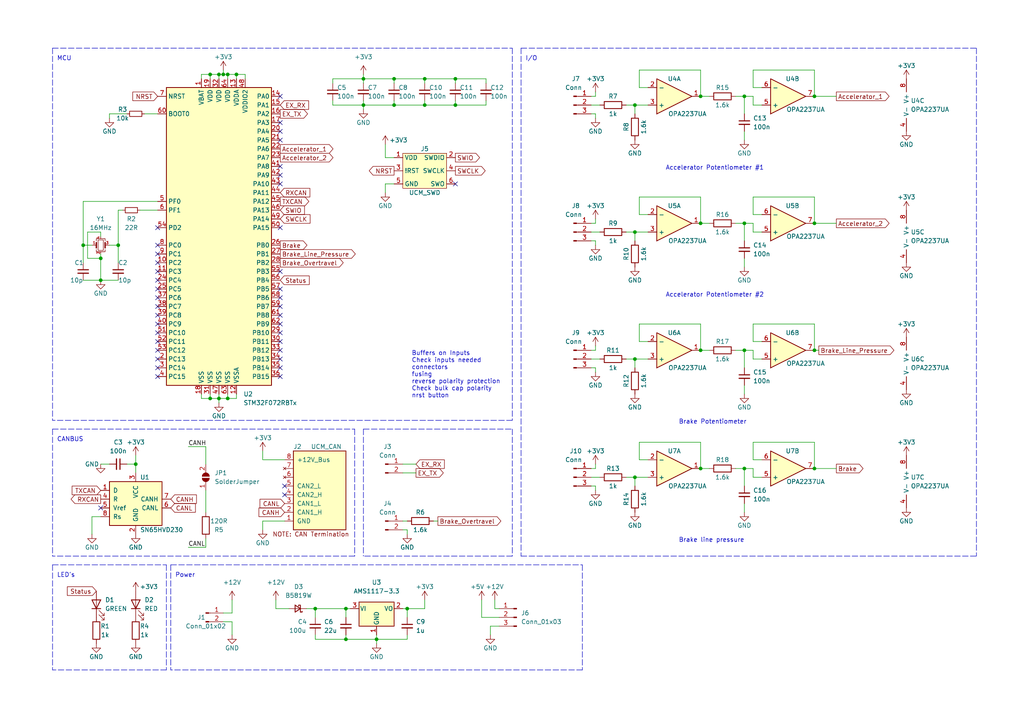
<source format=kicad_sch>
(kicad_sch (version 20211123) (generator eeschema)
  (paper "A4")
  (title_block (title "UCM67 Precharge Circuit") (date "2022-03-07") (rev "V1.0") (company "Niko Smith"))
  (lib_symbols
    (symbol "Connector:Conn_01x02_Male" (pin_names (offset 1.016) hide)
      (property "Reference" "J" (at 0 2.54 0))
      (property "Value" "Conn_01x02_Male" (at 0 -5.08 0))
      (symbol "Conn_01x02_Male_1_1"
        (pin passive line (at 5.08 0 180) (length 3.81) (name "Pin_1") (number "1"))
        (pin passive line (at 5.08 -2.54 180) (length 3.81) (name "Pin_2") (number "2"))
      )
    )
    (symbol "Connector:Conn_01x03_Male" (pin_names (offset 1.016) hide)
      (property "Reference" "J" (at 0 5.08 0))
      (property "Value" "Conn_01x03_Male" (at 0 -5.08 0))
      (symbol "Conn_01x03_Male_1_1"
        (pin passive line (at 5.08 2.54 180) (length 3.81) (name "Pin_1") (number "1"))
        (pin passive line (at 5.08 0 180) (length 3.81) (name "Pin_2") (number "2"))
        (pin passive line (at 5.08 -2.54 180) (length 3.81) (name "Pin_3") (number "3"))
      )
    )
    (symbol "Device:C_Small" (pin_numbers hide) (pin_names (offset 0.254) hide)
      (property "Reference" "C" (at 0.254 1.778 0))
      (property "Value" "C_Small" (at 0.254 -2.032 0))
      (symbol "C_Small_1_1"
        (pin passive line (at 0 2.54 270) (length 2.032) (name "~") (number "1"))
        (pin passive line (at 0 -2.54 90) (length 2.032) (name "~") (number "2"))
      )
    )
    (symbol "Device:Crystal_GND24_Small" (pin_names (offset 1.016) hide)
      (property "Reference" "Y" (at 1.27 4.445 0))
      (property "Value" "Crystal_GND24_Small" (at 1.27 2.54 0))
      (symbol "Crystal_GND24_Small_1_1"
        (pin passive line (at -2.54 0 0) (length 1.27) (name "1") (number "1"))
        (pin passive line (at 0 -2.54 90) (length 0.635) (name "2") (number "2"))
        (pin passive line (at 2.54 0 180) (length 1.27) (name "3") (number "3"))
        (pin passive line (at 0 2.54 270) (length 0.635) (name "4") (number "4"))
      )
    )
    (symbol "Device:D_Schottky_Small" (pin_numbers hide) (pin_names (offset 0.254) hide)
      (property "Reference" "D" (at -1.27 2.032 0))
      (property "Value" "D_Schottky_Small" (at -7.112 -2.032 0))
      (symbol "D_Schottky_Small_1_1"
        (pin passive line (at -2.54 0 0) (length 1.778) (name "K") (number "1"))
        (pin passive line (at 2.54 0 180) (length 1.778) (name "A") (number "2"))
      )
    )
    (symbol "Device:LED" (pin_numbers hide) (pin_names (offset 1.016) hide)
      (property "Reference" "D" (at 0 2.54 0))
      (property "Value" "LED" (at 0 -2.54 0))
      (symbol "LED_1_1"
        (pin passive line (at -3.81 0 0) (length 2.54) (name "K") (number "1"))
        (pin passive line (at 3.81 0 180) (length 2.54) (name "A") (number "2"))
      )
    )
    (symbol "Device:Opamp_Dual"
      (property "Reference" "U" (at 0 5.08 0))
      (property "Value" "Opamp_Dual" (at 0 -5.08 0))
      (symbol "Opamp_Dual_1_1"
        (pin output line (at 7.62 0 180) (length 2.54) (name "~") (number "1"))
        (pin input line (at -7.62 -2.54 0) (length 2.54) (name "-") (number "2"))
        (pin input line (at -7.62 2.54 0) (length 2.54) (name "+") (number "3"))
      )
      (symbol "Opamp_Dual_2_1"
        (pin input line (at -7.62 2.54 0) (length 2.54) (name "+") (number "5"))
        (pin input line (at -7.62 -2.54 0) (length 2.54) (name "-") (number "6"))
        (pin output line (at 7.62 0 180) (length 2.54) (name "~") (number "7"))
      )
      (symbol "Opamp_Dual_3_1"
        (pin power_in line (at -2.54 -7.62 90) (length 3.81) (name "V-") (number "4"))
        (pin power_in line (at -2.54 7.62 270) (length 3.81) (name "V+") (number "8"))
      )
    )
    (symbol "Device:R" (pin_numbers hide) (pin_names (offset 0))
      (property "Reference" "R" (at 2.032 0 90))
      (property "Value" "R" (at 0 0 90))
      (symbol "R_1_1"
        (pin passive line (at 0 3.81 270) (length 1.27) (name "~") (number "1"))
        (pin passive line (at 0 -3.81 90) (length 1.27) (name "~") (number "2"))
      )
    )
    (symbol "Device:R_Small" (pin_numbers hide) (pin_names (offset 0.254) hide)
      (property "Reference" "R" (at 0.762 0.508 0))
      (property "Value" "R_Small" (at 0.762 -1.016 0))
      (symbol "R_Small_1_1"
        (pin passive line (at 0 2.54 270) (length 0.762) (name "~") (number "1"))
        (pin passive line (at 0 -2.54 90) (length 0.762) (name "~") (number "2"))
      )
    )
    (symbol "Interface_CAN_LIN:SN65HVD230" (pin_names (offset 1.016))
      (property "Reference" "U" (at -2.54 10.16 0))
      (property "Value" "SN65HVD230" (at -2.54 7.62 0))
      (symbol "SN65HVD230_1_1"
        (pin input line (at -10.16 2.54 0) (length 2.54) (name "D") (number "1"))
        (pin power_in line (at 0 -10.16 90) (length 2.54) (name "GND") (number "2"))
        (pin power_in line (at 0 7.62 270) (length 2.54) (name "VCC") (number "3"))
        (pin output line (at -10.16 0 0) (length 2.54) (name "R") (number "4"))
        (pin output line (at -10.16 -2.54 0) (length 2.54) (name "Vref") (number "5"))
        (pin bidirectional line (at 10.16 -2.54 180) (length 2.54) (name "CANL") (number "6"))
        (pin bidirectional line (at 10.16 0 180) (length 2.54) (name "CANH") (number "7"))
        (pin input line (at -10.16 -5.08 0) (length 2.54) (name "Rs") (number "8"))
      )
    )
    (symbol "Jumper:SolderJumper_2_Open" (pin_names (offset 0) hide)
      (property "Reference" "JP" (at 0 2.032 0))
      (property "Value" "SolderJumper_2_Open" (at 0 -2.54 0))
      (symbol "SolderJumper_2_Open_1_1"
        (pin passive line (at -3.81 0 0) (length 2.54) (name "A") (number "1"))
        (pin passive line (at 3.81 0 180) (length 2.54) (name "B") (number "2"))
      )
    )
    (symbol "MCU_ST_STM32F0:STM32F072RBTx"
      (property "Reference" "U" (at -15.24 44.45 0))
      (property "Value" "STM32F072RBTx" (at 10.16 44.45 0))
      (symbol "STM32F072RBTx_1_1"
        (pin power_in line (at -5.08 45.72 270) (length 2.54) (name "VBAT") (number "1"))
        (pin bidirectional line (at -17.78 -7.62 0) (length 2.54) (name "PC2") (number "10"))
        (pin bidirectional line (at -17.78 -10.16 0) (length 2.54) (name "PC3") (number "11"))
        (pin power_in line (at 5.08 -45.72 90) (length 2.54) (name "VSSA") (number "12"))
        (pin power_in line (at 5.08 45.72 270) (length 2.54) (name "VDDA") (number "13"))
        (pin bidirectional line (at 17.78 40.64 180) (length 2.54) (name "PA0") (number "14"))
        (pin bidirectional line (at 17.78 38.1 180) (length 2.54) (name "PA1") (number "15"))
        (pin bidirectional line (at 17.78 35.56 180) (length 2.54) (name "PA2") (number "16"))
        (pin bidirectional line (at 17.78 33.02 180) (length 2.54) (name "PA3") (number "17"))
        (pin power_in line (at -5.08 -45.72 90) (length 2.54) (name "VSS") (number "18"))
        (pin power_in line (at -2.54 45.72 270) (length 2.54) (name "VDD") (number "19"))
        (pin bidirectional line (at -17.78 -35.56 0) (length 2.54) (name "PC13") (number "2"))
        (pin bidirectional line (at 17.78 30.48 180) (length 2.54) (name "PA4") (number "20"))
        (pin bidirectional line (at 17.78 27.94 180) (length 2.54) (name "PA5") (number "21"))
        (pin bidirectional line (at 17.78 25.4 180) (length 2.54) (name "PA6") (number "22"))
        (pin bidirectional line (at 17.78 22.86 180) (length 2.54) (name "PA7") (number "23"))
        (pin bidirectional line (at -17.78 -12.7 0) (length 2.54) (name "PC4") (number "24"))
        (pin bidirectional line (at -17.78 -15.24 0) (length 2.54) (name "PC5") (number "25"))
        (pin bidirectional line (at 17.78 -2.54 180) (length 2.54) (name "PB0") (number "26"))
        (pin bidirectional line (at 17.78 -5.08 180) (length 2.54) (name "PB1") (number "27"))
        (pin bidirectional line (at 17.78 -7.62 180) (length 2.54) (name "PB2") (number "28"))
        (pin bidirectional line (at 17.78 -27.94 180) (length 2.54) (name "PB10") (number "29"))
        (pin bidirectional line (at -17.78 -38.1 0) (length 2.54) (name "PC14") (number "3"))
        (pin bidirectional line (at 17.78 -30.48 180) (length 2.54) (name "PB11") (number "30"))
        (pin power_in line (at -2.54 -45.72 90) (length 2.54) (name "VSS") (number "31"))
        (pin power_in line (at 0 45.72 270) (length 2.54) (name "VDD") (number "32"))
        (pin bidirectional line (at 17.78 -33.02 180) (length 2.54) (name "PB12") (number "33"))
        (pin bidirectional line (at 17.78 -35.56 180) (length 2.54) (name "PB13") (number "34"))
        (pin bidirectional line (at 17.78 -38.1 180) (length 2.54) (name "PB14") (number "35"))
        (pin bidirectional line (at 17.78 -40.64 180) (length 2.54) (name "PB15") (number "36"))
        (pin bidirectional line (at -17.78 -17.78 0) (length 2.54) (name "PC6") (number "37"))
        (pin bidirectional line (at -17.78 -20.32 0) (length 2.54) (name "PC7") (number "38"))
        (pin bidirectional line (at -17.78 -22.86 0) (length 2.54) (name "PC8") (number "39"))
        (pin bidirectional line (at -17.78 -40.64 0) (length 2.54) (name "PC15") (number "4"))
        (pin bidirectional line (at -17.78 -25.4 0) (length 2.54) (name "PC9") (number "40"))
        (pin bidirectional line (at 17.78 20.32 180) (length 2.54) (name "PA8") (number "41"))
        (pin bidirectional line (at 17.78 17.78 180) (length 2.54) (name "PA9") (number "42"))
        (pin bidirectional line (at 17.78 15.24 180) (length 2.54) (name "PA10") (number "43"))
        (pin bidirectional line (at 17.78 12.7 180) (length 2.54) (name "PA11") (number "44"))
        (pin bidirectional line (at 17.78 10.16 180) (length 2.54) (name "PA12") (number "45"))
        (pin bidirectional line (at 17.78 7.62 180) (length 2.54) (name "PA13") (number "46"))
        (pin power_in line (at 0 -45.72 90) (length 2.54) (name "VSS") (number "47"))
        (pin power_in line (at 7.62 45.72 270) (length 2.54) (name "VDDIO2") (number "48"))
        (pin bidirectional line (at 17.78 5.08 180) (length 2.54) (name "PA14") (number "49"))
        (pin input line (at -17.78 10.16 0) (length 2.54) (name "PF0") (number "5"))
        (pin bidirectional line (at 17.78 2.54 180) (length 2.54) (name "PA15") (number "50"))
        (pin bidirectional line (at -17.78 -27.94 0) (length 2.54) (name "PC10") (number "51"))
        (pin bidirectional line (at -17.78 -30.48 0) (length 2.54) (name "PC11") (number "52"))
        (pin bidirectional line (at -17.78 -33.02 0) (length 2.54) (name "PC12") (number "53"))
        (pin bidirectional line (at -17.78 2.54 0) (length 2.54) (name "PD2") (number "54"))
        (pin bidirectional line (at 17.78 -10.16 180) (length 2.54) (name "PB3") (number "55"))
        (pin bidirectional line (at 17.78 -12.7 180) (length 2.54) (name "PB4") (number "56"))
        (pin bidirectional line (at 17.78 -15.24 180) (length 2.54) (name "PB5") (number "57"))
        (pin bidirectional line (at 17.78 -17.78 180) (length 2.54) (name "PB6") (number "58"))
        (pin bidirectional line (at 17.78 -20.32 180) (length 2.54) (name "PB7") (number "59"))
        (pin input line (at -17.78 7.62 0) (length 2.54) (name "PF1") (number "6"))
        (pin input line (at -17.78 35.56 0) (length 2.54) (name "BOOT0") (number "60"))
        (pin bidirectional line (at 17.78 -22.86 180) (length 2.54) (name "PB8") (number "61"))
        (pin bidirectional line (at 17.78 -25.4 180) (length 2.54) (name "PB9") (number "62"))
        (pin power_in line (at 2.54 -45.72 90) (length 2.54) (name "VSS") (number "63"))
        (pin power_in line (at 2.54 45.72 270) (length 2.54) (name "VDD") (number "64"))
        (pin input line (at -17.78 40.64 0) (length 2.54) (name "NRST") (number "7"))
        (pin bidirectional line (at -17.78 -2.54 0) (length 2.54) (name "PC0") (number "8"))
        (pin bidirectional line (at -17.78 -5.08 0) (length 2.54) (name "PC1") (number "9"))
      )
    )
    (symbol "Regulator_Linear:AMS1117-3.3" (pin_names (offset 0.254))
      (property "Reference" "U" (at -3.81 3.175 0))
      (property "Value" "AMS1117-3.3" (at 0 3.175 0))
      (symbol "AMS1117-3.3_1_1"
        (pin power_in line (at 0 -7.62 90) (length 2.54) (name "GND") (number "1"))
        (pin power_out line (at 7.62 0 180) (length 2.54) (name "VO") (number "2"))
        (pin power_in line (at -7.62 0 0) (length 2.54) (name "VI") (number "3"))
      )
    )
    (symbol "UCM67_Standard:UCM_CAN" (pin_names (offset 1.016))
      (property "Reference" "J" (at -5.08 13.97 0))
      (property "Value" "UCM_CAN" (at -1.27 13.97 0))
      (symbol "UCM_CAN_0_0"
        (text "NOTE: CAN Termination" (at 2.54 -11.43 0) (effects (font (size 1.27 1.27))))
      )
      (symbol "UCM_CAN_1_1"
        (pin passive line (at 10.16 -7.62 180) (length 2.54) (name "GND") (number "1"))
        (pin passive line (at 10.16 -5.08 180) (length 2.54) (name "CAN1_H") (number "2"))
        (pin passive line (at 10.16 -2.54 180) (length 2.54) (name "CAN1_L") (number "3"))
        (pin passive line (at 10.16 0 180) (length 2.54) (name "CAN2_H") (number "4"))
        (pin passive line (at 10.16 2.54 180) (length 2.54) (name "CAN2_L") (number "5"))
        (pin no_connect line (at 10.16 5.08 180) (length 2.54) (name "~") (number "6"))
        (pin no_connect line (at 10.16 7.62 180) (length 2.54) (name "~") (number "7"))
        (pin passive line (at 10.16 10.16 180) (length 2.54) (name "+12V_Bus") (number "8"))
      )
    )
    (symbol "UCM67_Standard:UCM_SWD"
      (property "Reference" "J" (at 0 8.89 0))
      (property "Value" "UCM_SWD" (at 0 6.35 0))
      (symbol "UCM_SWD_1_1"
        (pin bidirectional line (at -8.89 3.81 0) (length 2.54) (name "VDD") (number "1"))
        (pin bidirectional line (at 8.89 3.81 180) (length 2.54) (name "SWDIO") (number "2"))
        (pin bidirectional line (at -8.89 0 0) (length 2.54) (name "!RST") (number "3"))
        (pin bidirectional line (at 8.89 0 180) (length 2.54) (name "SWCLK") (number "4"))
        (pin bidirectional line (at -8.89 -3.81 0) (length 2.54) (name "GND") (number "5"))
        (pin bidirectional line (at 8.89 -3.81 180) (length 2.54) (name "SWO") (number "6"))
      )
    )
    (symbol "power:+12V" (power) (pin_names (offset 0))
      (property "Value" "+12V" (at 0 3.556 0))
      (symbol "+12V_1_1"
        (pin power_in line (at 0 0 90) (length 0) hide (name "+12V") (number "1"))
      )
    )
    (symbol "power:+3.3V" (power) (pin_names (offset 0))
      (property "Value" "+3.3V" (at 0 3.556 0))
      (symbol "+3.3V_1_1"
        (pin power_in line (at 0 0 90) (length 0) hide (name "+3V3") (number "1"))
      )
    )
    (symbol "power:+3V3" (power) (pin_names (offset 0))
      (property "Value" "+3V3" (at 0 3.556 0))
      (symbol "+3V3_1_1"
        (pin power_in line (at 0 0 90) (length 0) hide (name "+3V3") (number "1"))
      )
    )
    (symbol "power:+5V" (power) (pin_names (offset 0))
      (property "Value" "+5V" (at 0 3.556 0))
      (symbol "+5V_1_1"
        (pin power_in line (at 0 0 90) (length 0) hide (name "+5V") (number "1"))
      )
    )
    (symbol "power:GND" (power) (pin_names (offset 0))
      (property "Value" "GND" (at 0 -3.81 0))
      (symbol "GND_1_1"
        (pin power_in line (at 0 0 270) (length 0) hide (name "GND") (number "1"))
      )
    )
  )
  (junction (at 109.22 185.42))
  (junction (at 203.2 101.6))
  (junction (at 123.19 22.86))
  (junction (at 118.11 176.53))
  (junction (at 215.9 101.6))
  (junction (at 114.3 22.86))
  (junction (at 203.2 135.89))
  (junction (at 236.22 101.6))
  (junction (at 184.15 30.48))
  (junction (at 60.96 21.59))
  (junction (at 68.58 21.59))
  (junction (at 236.22 135.89))
  (junction (at 63.5 115.57))
  (junction (at 29.21 74.93))
  (junction (at 123.19 30.48))
  (junction (at 64.77 21.59))
  (junction (at 105.41 30.48))
  (junction (at 105.41 22.86))
  (junction (at 91.44 176.53))
  (junction (at 184.15 104.14))
  (junction (at 184.15 138.43))
  (junction (at 203.2 27.94))
  (junction (at 215.9 135.89))
  (junction (at 184.15 67.31))
  (junction (at 236.22 64.77))
  (junction (at 203.2 64.77))
  (junction (at 60.96 115.57))
  (junction (at 24.13 71.12))
  (junction (at 132.08 30.48))
  (junction (at 100.33 185.42))
  (junction (at 100.33 176.53))
  (junction (at 215.9 27.94))
  (junction (at 34.29 71.12))
  (junction (at 215.9 64.77))
  (junction (at 114.3 30.48))
  (junction (at 29.21 81.28))
  (junction (at 39.37 134.62))
  (junction (at 66.04 115.57))
  (junction (at 236.22 27.94))
  (junction (at 66.04 21.59))
  (junction (at 63.5 21.59))
  (junction (at 132.08 22.86))
  (no_connect (at 81.28 106.68))
  (no_connect (at 45.72 78.74))
  (no_connect (at 45.72 109.22))
  (no_connect (at 81.28 101.6))
  (no_connect (at 81.28 99.06))
  (no_connect (at 81.28 91.44))
  (no_connect (at 45.72 106.68))
  (no_connect (at 45.72 101.6))
  (no_connect (at 45.72 86.36))
  (no_connect (at 45.72 93.98))
  (no_connect (at 29.21 147.32))
  (no_connect (at 45.72 71.12))
  (no_connect (at 45.72 66.04))
  (no_connect (at 81.28 86.36))
  (no_connect (at 45.72 81.28))
  (no_connect (at 81.28 93.98))
  (no_connect (at 81.28 88.9))
  (no_connect (at 82.55 143.51))
  (no_connect (at 81.28 96.52))
  (no_connect (at 82.55 140.97))
  (no_connect (at 45.72 91.44))
  (no_connect (at 45.72 99.06))
  (no_connect (at 45.72 104.14))
  (no_connect (at 45.72 76.2))
  (no_connect (at 81.28 27.94))
  (no_connect (at 81.28 35.56))
  (no_connect (at 81.28 38.1))
  (no_connect (at 81.28 40.64))
  (no_connect (at 81.28 48.26))
  (no_connect (at 81.28 83.82))
  (no_connect (at 81.28 50.8))
  (no_connect (at 81.28 53.34))
  (no_connect (at 81.28 66.04))
  (no_connect (at 81.28 78.74))
  (no_connect (at 45.72 73.66))
  (no_connect (at 81.28 109.22))
  (no_connect (at 132.08 53.34))
  (no_connect (at 81.28 104.14))
  (no_connect (at 45.72 88.9))
  (no_connect (at 45.72 83.82))
  (no_connect (at 45.72 96.52))
  (wire (pts (xy 172.72 135.89) (xy 172.72 134.62)))
  (wire (pts (xy 205.74 135.89) (xy 203.2 135.89)))
  (polyline (pts (xy 102.87 161.29) (xy 15.24 161.29)))
  (wire (pts (xy 91.44 176.53) (xy 88.9 176.53)))
  (wire (pts (xy 29.21 134.62) (xy 31.75 134.62)))
  (wire (pts (xy 185.42 99.06) (xy 185.42 93.98)))
  (wire (pts (xy 91.44 179.07) (xy 91.44 176.53)))
  (wire (pts (xy 236.22 57.15) (xy 236.22 64.77)))
  (polyline (pts (xy 283.21 13.97) (xy 283.21 161.29)))
  (wire (pts (xy 68.58 115.57) (xy 66.04 115.57)))
  (wire (pts (xy 60.96 114.3) (xy 60.96 115.57)))
  (wire (pts (xy 26.67 71.12) (xy 24.13 71.12)))
  (wire (pts (xy 171.45 140.97) (xy 172.72 140.97)))
  (wire (pts (xy 29.21 74.93) (xy 29.21 73.66)))
  (wire (pts (xy 181.61 67.31) (xy 184.15 67.31)))
  (wire (pts (xy 64.77 177.8) (xy 67.31 177.8)))
  (wire (pts (xy 105.41 24.13) (xy 105.41 22.86)))
  (wire (pts (xy 116.84 176.53) (xy 118.11 176.53)))
  (wire (pts (xy 109.22 185.42) (xy 118.11 185.42)))
  (wire (pts (xy 125.73 151.13) (xy 127 151.13)))
  (wire (pts (xy 213.36 64.77) (xy 215.9 64.77)))
  (wire (pts (xy 172.72 101.6) (xy 172.72 100.33)))
  (wire (pts (xy 236.22 128.27) (xy 236.22 135.89)))
  (wire (pts (xy 185.42 20.32) (xy 203.2 20.32)))
  (wire (pts (xy 67.31 180.34) (xy 67.31 184.15)))
  (polyline (pts (xy 15.24 13.97) (xy 15.24 121.92)))
  (wire (pts (xy 144.78 179.07) (xy 139.7 179.07)))
  (wire (pts (xy 118.11 153.67) (xy 116.84 153.67)))
  (wire (pts (xy 171.45 101.6) (xy 172.72 101.6)))
  (wire (pts (xy 96.52 24.13) (xy 96.52 22.86)))
  (polyline (pts (xy 48.26 194.31) (xy 15.24 194.31)))
  (wire (pts (xy 118.11 179.07) (xy 118.11 176.53)))
  (wire (pts (xy 80.01 173.99) (xy 80.01 176.53)))
  (wire (pts (xy 171.45 138.43) (xy 173.99 138.43)))
  (wire (pts (xy 123.19 24.13) (xy 123.19 22.86)))
  (wire (pts (xy 64.77 21.59) (xy 66.04 21.59)))
  (wire (pts (xy 59.69 142.24) (xy 59.69 148.59)))
  (wire (pts (xy 111.76 45.72) (xy 114.3 45.72)))
  (wire (pts (xy 120.65 137.16) (xy 116.84 137.16)))
  (polyline (pts (xy 48.26 163.83) (xy 48.26 194.31)))
  (polyline (pts (xy 151.13 161.29) (xy 283.21 161.29)))
  (wire (pts (xy 181.61 30.48) (xy 184.15 30.48)))
  (wire (pts (xy 171.45 64.77) (xy 172.72 64.77)))
  (polyline (pts (xy 102.87 124.46) (xy 102.87 161.29)))
  (wire (pts (xy 118.11 154.94) (xy 118.11 153.67)))
  (wire (pts (xy 109.22 184.15) (xy 109.22 185.42)))
  (wire (pts (xy 31.75 71.12) (xy 34.29 71.12)))
  (wire (pts (xy 172.72 71.12) (xy 172.72 69.85)))
  (polyline (pts (xy 49.53 163.83) (xy 49.53 194.31)))
  (wire (pts (xy 58.42 21.59) (xy 60.96 21.59)))
  (wire (pts (xy 215.9 101.6) (xy 215.9 106.68)))
  (polyline (pts (xy 15.24 124.46) (xy 15.24 161.29)))
  (wire (pts (xy 83.82 176.53) (xy 80.01 176.53)))
  (wire (pts (xy 60.96 21.59) (xy 63.5 21.59)))
  (wire (pts (xy 171.45 33.02) (xy 172.72 33.02)))
  (wire (pts (xy 58.42 114.3) (xy 58.42 115.57)))
  (wire (pts (xy 66.04 115.57) (xy 66.04 114.3)))
  (polyline (pts (xy 148.59 161.29) (xy 105.41 161.29)))
  (wire (pts (xy 184.15 67.31) (xy 184.15 69.85)))
  (wire (pts (xy 171.45 135.89) (xy 172.72 135.89)))
  (wire (pts (xy 39.37 132.08) (xy 39.37 134.62)))
  (polyline (pts (xy 105.41 124.46) (xy 148.59 124.46)))
  (wire (pts (xy 123.19 30.48) (xy 132.08 30.48)))
  (wire (pts (xy 172.72 34.29) (xy 172.72 33.02)))
  (wire (pts (xy 29.21 149.86) (xy 26.67 149.86)))
  (wire (pts (xy 68.58 114.3) (xy 68.58 115.57)))
  (wire (pts (xy 132.08 30.48) (xy 132.08 29.21)))
  (wire (pts (xy 215.9 135.89) (xy 215.9 140.97)))
  (wire (pts (xy 76.2 151.13) (xy 82.55 151.13)))
  (wire (pts (xy 60.96 115.57) (xy 63.5 115.57)))
  (wire (pts (xy 63.5 114.3) (xy 63.5 115.57)))
  (wire (pts (xy 215.9 27.94) (xy 215.9 33.02)))
  (wire (pts (xy 123.19 173.99) (xy 123.19 176.53)))
  (polyline (pts (xy 15.24 163.83) (xy 15.24 194.31)))
  (wire (pts (xy 132.08 30.48) (xy 140.97 30.48)))
  (wire (pts (xy 184.15 30.48) (xy 184.15 33.02)))
  (wire (pts (xy 140.97 30.48) (xy 140.97 29.21)))
  (wire (pts (xy 185.42 128.27) (xy 203.2 128.27)))
  (wire (pts (xy 215.9 146.05) (xy 215.9 148.59)))
  (wire (pts (xy 132.08 24.13) (xy 132.08 22.86)))
  (wire (pts (xy 184.15 104.14) (xy 184.15 106.68)))
  (wire (pts (xy 171.45 67.31) (xy 173.99 67.31)))
  (wire (pts (xy 58.42 22.86) (xy 58.42 21.59)))
  (wire (pts (xy 187.96 99.06) (xy 185.42 99.06)))
  (wire (pts (xy 184.15 67.31) (xy 187.96 67.31)))
  (wire (pts (xy 218.44 20.32) (xy 236.22 20.32)))
  (wire (pts (xy 114.3 53.34) (xy 111.76 53.34)))
  (wire (pts (xy 76.2 153.67) (xy 76.2 151.13)))
  (wire (pts (xy 24.13 58.42) (xy 45.72 58.42)))
  (wire (pts (xy 218.44 30.48) (xy 218.44 27.94)))
  (wire (pts (xy 203.2 93.98) (xy 203.2 101.6)))
  (wire (pts (xy 120.65 134.62) (xy 116.84 134.62)))
  (wire (pts (xy 114.3 30.48) (xy 123.19 30.48)))
  (wire (pts (xy 105.41 30.48) (xy 105.41 29.21)))
  (polyline (pts (xy 151.13 13.97) (xy 151.13 161.29)))
  (wire (pts (xy 171.45 69.85) (xy 172.72 69.85)))
  (wire (pts (xy 242.57 135.89) (xy 236.22 135.89)))
  (wire (pts (xy 215.9 74.93) (xy 215.9 77.47)))
  (polyline (pts (xy 15.24 124.46) (xy 102.87 124.46)))
  (wire (pts (xy 205.74 64.77) (xy 203.2 64.77)))
  (wire (pts (xy 215.9 111.76) (xy 215.9 114.3)))
  (wire (pts (xy 41.91 33.02) (xy 45.72 33.02)))
  (wire (pts (xy 24.13 81.28) (xy 29.21 81.28)))
  (wire (pts (xy 64.77 20.32) (xy 64.77 21.59)))
  (wire (pts (xy 29.21 81.28) (xy 34.29 81.28)))
  (wire (pts (xy 205.74 101.6) (xy 203.2 101.6)))
  (wire (pts (xy 54.61 158.75) (xy 59.69 158.75)))
  (wire (pts (xy 172.72 142.24) (xy 172.72 140.97)))
  (wire (pts (xy 40.64 60.96) (xy 45.72 60.96)))
  (wire (pts (xy 220.98 138.43) (xy 218.44 138.43)))
  (polyline (pts (xy 148.59 13.97) (xy 148.59 121.92)))
  (wire (pts (xy 220.98 67.31) (xy 218.44 67.31)))
  (wire (pts (xy 218.44 62.23) (xy 218.44 57.15)))
  (wire (pts (xy 218.44 99.06) (xy 220.98 99.06)))
  (wire (pts (xy 96.52 30.48) (xy 105.41 30.48)))
  (wire (pts (xy 111.76 53.34) (xy 111.76 55.88)))
  (wire (pts (xy 184.15 104.14) (xy 187.96 104.14)))
  (wire (pts (xy 60.96 21.59) (xy 60.96 22.86)))
  (wire (pts (xy 218.44 104.14) (xy 218.44 101.6)))
  (wire (pts (xy 218.44 135.89) (xy 215.9 135.89)))
  (wire (pts (xy 143.51 176.53) (xy 143.51 173.99)))
  (wire (pts (xy 218.44 27.94) (xy 215.9 27.94)))
  (wire (pts (xy 63.5 115.57) (xy 66.04 115.57)))
  (wire (pts (xy 54.61 129.54) (xy 59.69 129.54)))
  (wire (pts (xy 185.42 57.15) (xy 203.2 57.15)))
  (wire (pts (xy 218.44 133.35) (xy 220.98 133.35)))
  (wire (pts (xy 218.44 67.31) (xy 218.44 64.77)))
  (polyline (pts (xy 148.59 121.92) (xy 15.24 121.92)))
  (wire (pts (xy 213.36 135.89) (xy 215.9 135.89)))
  (wire (pts (xy 205.74 27.94) (xy 203.2 27.94)))
  (wire (pts (xy 24.13 71.12) (xy 24.13 58.42)))
  (wire (pts (xy 114.3 30.48) (xy 114.3 29.21)))
  (wire (pts (xy 203.2 57.15) (xy 203.2 64.77)))
  (wire (pts (xy 100.33 176.53) (xy 91.44 176.53)))
  (wire (pts (xy 172.72 107.95) (xy 172.72 106.68)))
  (wire (pts (xy 218.44 93.98) (xy 236.22 93.98)))
  (wire (pts (xy 25.4 74.93) (xy 29.21 74.93)))
  (wire (pts (xy 100.33 185.42) (xy 109.22 185.42)))
  (wire (pts (xy 63.5 21.59) (xy 63.5 22.86)))
  (wire (pts (xy 185.42 93.98) (xy 203.2 93.98)))
  (wire (pts (xy 123.19 30.48) (xy 123.19 29.21)))
  (wire (pts (xy 185.42 25.4) (xy 185.42 20.32)))
  (wire (pts (xy 76.2 130.81) (xy 76.2 133.35)))
  (wire (pts (xy 184.15 138.43) (xy 187.96 138.43)))
  (wire (pts (xy 140.97 22.86) (xy 132.08 22.86)))
  (wire (pts (xy 100.33 184.15) (xy 100.33 185.42)))
  (wire (pts (xy 29.21 67.31) (xy 29.21 68.58)))
  (wire (pts (xy 114.3 22.86) (xy 123.19 22.86)))
  (wire (pts (xy 36.83 134.62) (xy 39.37 134.62)))
  (wire (pts (xy 71.12 22.86) (xy 71.12 21.59)))
  (wire (pts (xy 139.7 179.07) (xy 139.7 173.99)))
  (polyline (pts (xy 168.91 194.31) (xy 49.53 194.31)))
  (wire (pts (xy 142.24 181.61) (xy 144.78 181.61)))
  (wire (pts (xy 181.61 138.43) (xy 184.15 138.43)))
  (wire (pts (xy 237.49 101.6) (xy 236.22 101.6)))
  (wire (pts (xy 39.37 134.62) (xy 39.37 137.16)))
  (wire (pts (xy 101.6 176.53) (xy 100.33 176.53)))
  (wire (pts (xy 218.44 62.23) (xy 220.98 62.23)))
  (wire (pts (xy 218.44 99.06) (xy 218.44 93.98)))
  (polyline (pts (xy 49.53 163.83) (xy 168.91 163.83)))
  (wire (pts (xy 64.77 21.59) (xy 63.5 21.59)))
  (wire (pts (xy 218.44 138.43) (xy 218.44 135.89)))
  (wire (pts (xy 100.33 176.53) (xy 100.33 179.07)))
  (wire (pts (xy 140.97 24.13) (xy 140.97 22.86)))
  (wire (pts (xy 24.13 71.12) (xy 24.13 76.2)))
  (wire (pts (xy 71.12 21.59) (xy 68.58 21.59)))
  (wire (pts (xy 59.69 129.54) (xy 59.69 134.62)))
  (wire (pts (xy 63.5 116.84) (xy 63.5 115.57)))
  (wire (pts (xy 184.15 30.48) (xy 187.96 30.48)))
  (wire (pts (xy 111.76 41.91) (xy 111.76 45.72)))
  (wire (pts (xy 236.22 20.32) (xy 236.22 27.94)))
  (wire (pts (xy 116.84 151.13) (xy 118.11 151.13)))
  (wire (pts (xy 34.29 71.12) (xy 34.29 60.96)))
  (wire (pts (xy 118.11 176.53) (xy 123.19 176.53)))
  (wire (pts (xy 218.44 57.15) (xy 236.22 57.15)))
  (wire (pts (xy 64.77 180.34) (xy 67.31 180.34)))
  (wire (pts (xy 184.15 138.43) (xy 184.15 140.97)))
  (wire (pts (xy 66.04 21.59) (xy 68.58 21.59)))
  (wire (pts (xy 171.45 106.68) (xy 172.72 106.68)))
  (wire (pts (xy 59.69 158.75) (xy 59.69 156.21)))
  (wire (pts (xy 25.4 67.31) (xy 25.4 74.93)))
  (wire (pts (xy 242.57 27.94) (xy 236.22 27.94)))
  (wire (pts (xy 105.41 30.48) (xy 105.41 31.75)))
  (wire (pts (xy 29.21 74.93) (xy 29.21 81.28)))
  (wire (pts (xy 185.42 133.35) (xy 185.42 128.27)))
  (wire (pts (xy 105.41 22.86) (xy 114.3 22.86)))
  (wire (pts (xy 109.22 186.69) (xy 109.22 185.42)))
  (wire (pts (xy 26.67 149.86) (xy 26.67 154.94)))
  (wire (pts (xy 34.29 60.96) (xy 35.56 60.96)))
  (wire (pts (xy 181.61 104.14) (xy 184.15 104.14)))
  (wire (pts (xy 31.75 34.29) (xy 31.75 33.02)))
  (wire (pts (xy 218.44 64.77) (xy 215.9 64.77)))
  (wire (pts (xy 215.9 38.1) (xy 215.9 40.64)))
  (wire (pts (xy 105.41 22.86) (xy 105.41 21.59)))
  (wire (pts (xy 213.36 27.94) (xy 215.9 27.94)))
  (wire (pts (xy 171.45 27.94) (xy 172.72 27.94)))
  (wire (pts (xy 220.98 30.48) (xy 218.44 30.48)))
  (wire (pts (xy 220.98 104.14) (xy 218.44 104.14)))
  (wire (pts (xy 218.44 101.6) (xy 215.9 101.6)))
  (wire (pts (xy 172.72 27.94) (xy 172.72 26.67)))
  (wire (pts (xy 66.04 21.59) (xy 66.04 22.86)))
  (polyline (pts (xy 168.91 163.83) (xy 168.91 194.31)))
  (wire (pts (xy 171.45 104.14) (xy 173.99 104.14)))
  (wire (pts (xy 96.52 22.86) (xy 105.41 22.86)))
  (wire (pts (xy 144.78 176.53) (xy 143.51 176.53)))
  (wire (pts (xy 203.2 128.27) (xy 203.2 135.89)))
  (polyline (pts (xy 15.24 13.97) (xy 148.59 13.97)))
  (wire (pts (xy 215.9 64.77) (xy 215.9 69.85)))
  (wire (pts (xy 105.41 30.48) (xy 114.3 30.48)))
  (wire (pts (xy 76.2 133.35) (xy 82.55 133.35)))
  (wire (pts (xy 213.36 101.6) (xy 215.9 101.6)))
  (polyline (pts (xy 151.13 13.97) (xy 283.21 13.97)))
  (wire (pts (xy 187.96 133.35) (xy 185.42 133.35)))
  (wire (pts (xy 31.75 33.02) (xy 36.83 33.02)))
  (polyline (pts (xy 148.59 124.46) (xy 148.59 161.29)))
  (wire (pts (xy 34.29 71.12) (xy 34.29 76.2)))
  (wire (pts (xy 185.42 62.23) (xy 185.42 57.15)))
  (wire (pts (xy 187.96 62.23) (xy 185.42 62.23)))
  (wire (pts (xy 142.24 184.15) (xy 142.24 181.61)))
  (wire (pts (xy 218.44 128.27) (xy 236.22 128.27)))
  (wire (pts (xy 132.08 22.86) (xy 123.19 22.86)))
  (wire (pts (xy 96.52 29.21) (xy 96.52 30.48)))
  (wire (pts (xy 171.45 30.48) (xy 173.99 30.48)))
  (wire (pts (xy 91.44 185.42) (xy 100.33 185.42)))
  (wire (pts (xy 218.44 25.4) (xy 220.98 25.4)))
  (wire (pts (xy 91.44 184.15) (xy 91.44 185.42)))
  (wire (pts (xy 172.72 64.77) (xy 172.72 63.5)))
  (wire (pts (xy 218.44 133.35) (xy 218.44 128.27)))
  (wire (pts (xy 67.31 173.99) (xy 67.31 177.8)))
  (wire (pts (xy 29.21 67.31) (xy 25.4 67.31)))
  (wire (pts (xy 68.58 21.59) (xy 68.58 22.86)))
  (wire (pts (xy 58.42 115.57) (xy 60.96 115.57)))
  (wire (pts (xy 118.11 185.42) (xy 118.11 184.15)))
  (wire (pts (xy 114.3 24.13) (xy 114.3 22.86)))
  (polyline (pts (xy 105.41 124.46) (xy 105.41 161.29)))
  (wire (pts (xy 218.44 25.4) (xy 218.44 20.32)))
  (wire (pts (xy 203.2 20.32) (xy 203.2 27.94)))
  (wire (pts (xy 242.57 64.77) (xy 236.22 64.77)))
  (polyline (pts (xy 15.24 163.83) (xy 48.26 163.83)))
  (wire (pts (xy 187.96 25.4) (xy 185.42 25.4)))
  (wire (pts (xy 236.22 93.98) (xy 236.22 101.6)))
  (text "I/O" (at 152.4 17.78 0) (effects (font (size 1.27 1.27)) (justify left bottom)))
  (text "CANBUS" (at 16.51 128.27 0) (effects (font (size 1.27 1.27)) (justify left bottom)))
  (text "MCU" (at 16.51 17.78 0) (effects (font (size 1.27 1.27)) (justify left bottom)))
  (text "Accelerator Potentiometer #2" (at 193.04 86.36 0) (effects (font (size 1.27 1.27)) (justify left bottom)))
  (text "LED's" (at 16.51 167.64 0) (effects (font (size 1.27 1.27)) (justify left bottom)))
  (text "Brake line pressure" (at 196.85 157.48 0) (effects (font (size 1.27 1.27)) (justify left bottom)))
  (text "Power" (at 50.8 167.64 0) (effects (font (size 1.27 1.27)) (justify left bottom)))
  (text "Accelerator Potentiometer #1\n" (at 193.04 49.53 0) (effects (font (size 1.27 1.27)) (justify left bottom)))
  (text "Buffers on Inputs\nCheck inputs needed\nconnectors\nfusing\nreverse polarity protection\nCheck bulk cap polarity\nnrst button" (at 119.38 115.57 0) (effects (font (size 1.27 1.27)) (justify left bottom)))
  (text "Brake Potentiometer" (at 196.85 123.19 0) (effects (font (size 1.27 1.27)) (justify left bottom)))
  (label "CANH" (at 54.61 129.54 0))
  (label "CANL" (at 54.61 158.75 0))
  (global_label "SWCLK" (shape output) (at 132.08 49.53 0) (property "Intersheet References" "${INTERSHEET_REFS}" (effects hide)))
  (global_label "Accelerator_2" (shape output) (at 81.28 45.72 0) (property "Intersheet References" "${INTERSHEET_REFS}" (effects hide)))
  (global_label "Accelerator_1" (shape output) (at 81.28 43.18 0) (property "Intersheet References" "${INTERSHEET_REFS}" (effects hide)))
  (global_label "TXCAN" (shape input) (at 29.21 142.24 180) (property "Intersheet References" "${INTERSHEET_REFS}" (effects hide)))
  (global_label "SWCLK" (shape input) (at 81.28 63.5 0) (property "Intersheet References" "${INTERSHEET_REFS}" (effects hide)))
  (global_label "Brake_Overtravel" (shape output) (at 81.28 76.2 0) (property "Intersheet References" "${INTERSHEET_REFS}" (effects hide)))
  (global_label "EX_TX" (shape output) (at 120.65 137.16 0) (property "Intersheet References" "${INTERSHEET_REFS}" (effects hide)))
  (global_label "RXCAN" (shape output) (at 29.21 144.78 180) (property "Intersheet References" "${INTERSHEET_REFS}" (effects hide)))
  (global_label "Accelerator_1" (shape output) (at 242.57 27.94 0) (property "Intersheet References" "${INTERSHEET_REFS}" (effects hide)))
  (global_label "Status" (shape input) (at 27.94 171.45 180) (property "Intersheet References" "${INTERSHEET_REFS}" (effects hide)))
  (global_label "CANH" (shape input) (at 49.53 144.78 0) (property "Intersheet References" "${INTERSHEET_REFS}" (effects hide)))
  (global_label "CANL" (shape input) (at 49.53 147.32 0) (property "Intersheet References" "${INTERSHEET_REFS}" (effects hide)))
  (global_label "Brake_Line_Pressure" (shape output) (at 237.49 101.6 0) (property "Intersheet References" "${INTERSHEET_REFS}" (effects hide)))
  (global_label "SWIO" (shape output) (at 132.08 45.72 0) (property "Intersheet References" "${INTERSHEET_REFS}" (effects hide)))
  (global_label "SWIO" (shape input) (at 81.28 60.96 0) (property "Intersheet References" "${INTERSHEET_REFS}" (effects hide)))
  (global_label "RXCAN" (shape input) (at 81.28 55.88 0) (property "Intersheet References" "${INTERSHEET_REFS}" (effects hide)))
  (global_label "Brake_Overtravel" (shape output) (at 127 151.13 0) (property "Intersheet References" "${INTERSHEET_REFS}" (effects hide)))
  (global_label "EX_RX" (shape input) (at 81.28 30.48 0) (property "Intersheet References" "${INTERSHEET_REFS}" (effects hide)))
  (global_label "Brake_Line_Pressure" (shape output) (at 81.28 73.66 0) (property "Intersheet References" "${INTERSHEET_REFS}" (effects hide)))
  (global_label "Brake" (shape output) (at 242.57 135.89 0) (property "Intersheet References" "${INTERSHEET_REFS}" (effects hide)))
  (global_label "CANH" (shape input) (at 82.55 148.59 180) (property "Intersheet References" "${INTERSHEET_REFS}" (effects hide)))
  (global_label "EX_RX" (shape input) (at 120.65 134.62 0) (property "Intersheet References" "${INTERSHEET_REFS}" (effects hide)))
  (global_label "TXCAN" (shape output) (at 81.28 58.42 0) (property "Intersheet References" "${INTERSHEET_REFS}" (effects hide)))
  (global_label "NRST" (shape input) (at 45.72 27.94 180) (property "Intersheet References" "${INTERSHEET_REFS}" (effects hide)))
  (global_label "EX_TX" (shape output) (at 81.28 33.02 0) (property "Intersheet References" "${INTERSHEET_REFS}" (effects hide)))
  (global_label "Status" (shape input) (at 81.28 81.28 0) (property "Intersheet References" "${INTERSHEET_REFS}" (effects hide)))
  (global_label "CANL" (shape input) (at 82.55 146.05 180) (property "Intersheet References" "${INTERSHEET_REFS}" (effects hide)))
  (global_label "NRST" (shape output) (at 114.3 49.53 180) (property "Intersheet References" "${INTERSHEET_REFS}" (effects hide)))
  (global_label "Brake" (shape output) (at 81.28 71.12 0) (property "Intersheet References" "${INTERSHEET_REFS}" (effects hide)))
  (global_label "Accelerator_2" (shape output) (at 242.57 64.77 0) (property "Intersheet References" "${INTERSHEET_REFS}" (effects hide)))
  (symbol (lib_id "Device:C_Small") (at 105.41 26.67 0) (unit 1)
    (property "Reference" "C7" (at 106.68 25.4 0) (effects (justify left)))
    (property "Value" "100n" (at 106.68 27.94 0) (effects (justify left)))
    (property "Footprint" "Capacitor_SMD:C_0603_1608Metric" (effects hide))
  )
  (symbol (lib_id "power:GND") (at 172.72 34.29 0) (unit 1)
    (property "Reference" "#PWR028" (effects hide))
    (property "Value" "GND" (at 172.72 38.1 0))
  )
  (symbol (lib_id "Device:R") (at 184.15 110.49 0) (unit 1)
    (property "Reference" "R12" (at 181.61 110.49 90))
    (property "Value" "1.6k" (at 186.69 110.49 90))
    (property "Footprint" "Resistor_SMD:R_1206_3216Metric" (effects hide))
  )
  (symbol (lib_id "Device:R") (at 184.15 73.66 0) (unit 1)
    (property "Reference" "R10" (at 181.61 73.66 90))
    (property "Value" "1.6k" (at 186.69 73.66 90))
    (property "Footprint" "Resistor_SMD:R_1206_3216Metric" (effects hide))
  )
  (symbol (lib_id "power:+3V3") (at 111.76 41.91 0) (unit 1)
    (property "Reference" "#PWR020" (effects hide))
    (property "Value" "+3V3" (at 115.57 40.64 0))
  )
  (symbol (lib_id "Device:C_Small") (at 96.52 26.67 0) (unit 1)
    (property "Reference" "C5" (at 97.79 25.4 0) (effects (justify left)))
    (property "Value" "100n" (at 97.79 27.94 0) (effects (justify left)))
    (property "Footprint" "Capacitor_SMD:C_0603_1608Metric" (effects hide))
  )
  (symbol (lib_id "power:GND") (at 105.41 31.75 0) (unit 1)
    (property "Reference" "#PWR018" (effects hide))
    (property "Value" "GND" (at 105.41 35.56 0))
  )
  (symbol (lib_id "Device:R") (at 121.92 151.13 270) (unit 1)
    (property "Reference" "R6" (at 121.92 148.59 90))
    (property "Value" "1.6k" (at 121.92 153.67 90))
    (property "Footprint" "Resistor_SMD:R_1206_3216Metric" (effects hide))
  )
  (symbol (lib_id "MCU_ST_STM32F0:STM32F072RBTx") (at 63.5 68.58 0) (unit 1)
    (property "Reference" "U2" (at 70.5994 114.3 0) (effects (justify left)))
    (property "Value" "STM32F072RBTx" (at 70.5994 116.84 0) (effects (justify left)))
    (property "Footprint" "Package_QFP:LQFP-64_10x10mm_P0.5mm" (effects hide))
    (property "Datasheet" "http://www.st.com/st-web-ui/static/active/en/resource/technical/document/datasheet/DM00090510.pdf" (effects hide))
  )
  (symbol (lib_id "power:+12V") (at 67.31 173.99 0) (unit 1)
    (property "Reference" "#PWR012" (effects hide))
    (property "Value" "+12V" (at 67.31 168.91 0))
  )
  (symbol (lib_id "Device:R") (at 209.55 101.6 270) (unit 1)
    (property "Reference" "R17" (at 209.55 99.06 90))
    (property "Value" "1.6k" (at 209.55 104.14 90))
    (property "Footprint" "Resistor_SMD:R_1206_3216Metric" (effects hide))
  )
  (symbol (lib_id "power:+3V3") (at 262.89 97.79 0) (unit 1)
    (property "Reference" "#PWR047" (effects hide))
    (property "Value" "+3V3" (at 262.89 93.98 0))
  )
  (symbol (lib_id "Device:R_Small") (at 38.1 60.96 270) (unit 1)
    (property "Reference" "R2" (at 38.1 63.5 90))
    (property "Value" "22R" (at 38.1 66.04 90))
    (property "Footprint" "Resistor_SMD:R_0603_1608Metric" (effects hide))
  )
  (symbol (lib_id "Device:C_Small") (at 215.9 143.51 0) (unit 1)
    (property "Reference" "C16" (at 218.44 142.24 0) (effects (justify left)))
    (property "Value" "100n" (at 218.44 144.78 0) (effects (justify left)))
    (property "Footprint" "Capacitor_SMD:C_1206_3216Metric" (effects hide))
  )
  (symbol (lib_id "power:GND") (at 184.15 40.64 0) (unit 1)
    (property "Reference" "#PWR035" (effects hide))
    (property "Value" "GND" (at 184.15 44.45 0))
  )
  (symbol (lib_id "Device:Opamp_Dual") (at 265.43 68.58 0) (unit 3)
    (property "Reference" "U5" (at 264.16 67.3099 0) (effects (justify left)))
    (property "Value" "OPA2237UA" (at 264.16 69.8499 0) (effects (justify left)))
    (property "Footprint" "Custom footprints:OPA2237UA" (effects hide))
  )
  (symbol (lib_id "Device:Opamp_Dual") (at 195.58 27.94 0) (mirror x) (unit 1)
    (property "Reference" "U4" (at 195.58 22.86 0))
    (property "Value" "OPA2237UA" (at 199.39 33.02 0))
    (property "Footprint" "Package_SO:MSOP-8_3x3mm_P0.65mm" (effects hide))
  )
  (symbol (lib_id "Device:R") (at 209.55 27.94 270) (unit 1)
    (property "Reference" "R15" (at 209.55 25.4 90))
    (property "Value" "1.6k" (at 209.55 30.48 90))
    (property "Footprint" "Resistor_SMD:R_1206_3216Metric" (effects hide))
  )
  (symbol (lib_id "Device:R") (at 177.8 104.14 270) (unit 1)
    (property "Reference" "R11" (at 177.8 101.6 90))
    (property "Value" "1k" (at 177.8 106.68 90))
    (property "Footprint" "Resistor_SMD:R_1206_3216Metric" (effects hide))
  )
  (symbol (lib_id "power:GND") (at 262.89 113.03 0) (unit 1)
    (property "Reference" "#PWR048" (effects hide))
    (property "Value" "GND" (at 262.89 116.84 0))
  )
  (symbol (lib_id "Device:Opamp_Dual") (at 228.6 101.6 0) (mirror x) (unit 2)
    (property "Reference" "U6" (at 229.87 96.52 0))
    (property "Value" "OPA2237UA" (at 233.68 105.41 0))
    (property "Footprint" "Custom footprints:OPA2237UA" (effects hide))
  )
  (symbol (lib_id "power:GND") (at 39.37 186.69 0) (unit 1)
    (property "Reference" "#PWR09" (effects hide))
    (property "Value" "GND" (at 39.37 190.5 0))
  )
  (symbol (lib_id "Device:R") (at 209.55 135.89 270) (unit 1)
    (property "Reference" "R18" (at 209.55 133.35 90))
    (property "Value" "1.6k" (at 209.55 138.43 90))
    (property "Footprint" "Resistor_SMD:R_1206_3216Metric" (effects hide))
  )
  (symbol (lib_id "Device:Crystal_GND24_Small") (at 29.21 71.12 0) (unit 1)
    (property "Reference" "Y1" (at 29.21 63.5 0))
    (property "Value" "16MHz" (at 29.21 66.04 0))
    (property "Footprint" "Crystal:Crystal_SMD_0603-4Pin_6.0x3.5mm_HandSoldering" (effects hide))
  )
  (symbol (lib_id "Device:R") (at 177.8 138.43 270) (unit 1)
    (property "Reference" "R13" (at 177.8 135.89 90))
    (property "Value" "1k" (at 177.8 140.97 90))
    (property "Footprint" "Resistor_SMD:R_1206_3216Metric" (effects hide))
  )
  (symbol (lib_id "power:+3V3") (at 172.72 134.62 0) (unit 1)
    (property "Reference" "#PWR033" (effects hide))
    (property "Value" "+3V3" (at 172.72 130.81 0))
  )
  (symbol (lib_id "power:GND") (at 109.22 186.69 0) (unit 1)
    (property "Reference" "#PWR019" (effects hide))
    (property "Value" "GND" (at 109.22 190.5 0))
  )
  (symbol (lib_id "power:GND") (at 63.5 116.84 0) (unit 1)
    (property "Reference" "#PWR010" (effects hide))
    (property "Value" "GND" (at 63.5 120.65 0))
  )
  (symbol (lib_id "power:+3V3") (at 262.89 132.08 0) (unit 1)
    (property "Reference" "#PWR049" (effects hide))
    (property "Value" "+3V3" (at 262.89 128.27 0))
  )
  (symbol (lib_id "Device:Opamp_Dual") (at 195.58 64.77 0) (mirror x) (unit 1)
    (property "Reference" "U5" (at 195.58 59.69 0))
    (property "Value" "OPA2237UA" (at 199.39 69.85 0))
    (property "Footprint" "Custom footprints:OPA2237UA" (effects hide))
  )
  (symbol (lib_id "Device:Opamp_Dual") (at 228.6 27.94 0) (mirror x) (unit 2)
    (property "Reference" "U4" (at 229.87 22.86 0))
    (property "Value" "OPA2237UA" (at 233.68 31.75 0))
    (property "Footprint" "Package_SO:MSOP-8_3x3mm_P0.65mm" (effects hide))
  )
  (symbol (lib_id "power:GND") (at 76.2 153.67 0) (unit 1)
    (property "Reference" "#PWR015" (effects hide))
    (property "Value" "GND" (at 76.2 157.48 0))
  )
  (symbol (lib_id "power:GND") (at 26.67 154.94 0) (unit 1)
    (property "Reference" "#PWR01" (effects hide))
    (property "Value" "GND" (at 26.67 158.75 0))
  )
  (symbol (lib_id "power:GND") (at 172.72 142.24 0) (unit 1)
    (property "Reference" "#PWR034" (effects hide))
    (property "Value" "GND" (at 172.72 146.05 0))
  )
  (symbol (lib_id "power:GND") (at 184.15 148.59 0) (unit 1)
    (property "Reference" "#PWR038" (effects hide))
    (property "Value" "GND" (at 184.15 152.4 0))
  )
  (symbol (lib_id "Device:C_Small") (at 132.08 26.67 0) (unit 1)
    (property "Reference" "C11" (at 133.35 25.4 0) (effects (justify left)))
    (property "Value" "100n" (at 133.35 27.94 0) (effects (justify left)))
    (property "Footprint" "Capacitor_SMD:C_0603_1608Metric" (effects hide))
  )
  (symbol (lib_id "power:GND") (at 262.89 38.1 0) (unit 1)
    (property "Reference" "#PWR044" (effects hide))
    (property "Value" "GND" (at 262.89 41.91 0))
  )
  (symbol (lib_id "power:GND") (at 29.21 134.62 0) (unit 1)
    (property "Reference" "#PWR04" (effects hide))
    (property "Value" "GND" (at 26.67 134.62 0))
  )
  (symbol (lib_id "power:+12V") (at 143.51 173.99 0) (unit 1)
    (property "Reference" "#PWR026" (effects hide))
    (property "Value" "+12V" (at 143.51 170.18 0))
  )
  (symbol (lib_id "Connector:Conn_01x03_Male") (at 166.37 30.48 0) (unit 1)
    (property "Reference" "J7" (at 167.005 22.86 0))
    (property "Value" "Conn" (at 166.37 25.4 0))
    (property "Footprint" "Connector_Molex:Molex_KK-254_AE-6410-03A_1x03_P2.54mm_Vertical" (effects hide))
  )
  (symbol (lib_id "Device:R") (at 184.15 36.83 0) (unit 1)
    (property "Reference" "R8" (at 181.61 36.83 90))
    (property "Value" "1.6k" (at 186.69 36.83 90))
    (property "Footprint" "Resistor_SMD:R_1206_3216Metric" (effects hide))
  )
  (symbol (lib_id "UCM67_Standard:UCM_CAN") (at 92.71 143.51 0) (mirror y) (unit 1)
    (property "Reference" "J2" (at 85.09 129.54 0) (effects (justify right)))
    (property "Value" "UCM_CAN" (at 90.17 129.54 0) (effects (justify right)))
    (property "Footprint" "Connector_RJ:RJ45_Ninigi_GE" (effects hide))
  )
  (symbol (lib_id "power:GND") (at 142.24 184.15 0) (unit 1)
    (property "Reference" "#PWR025" (effects hide))
    (property "Value" "GND" (at 142.24 187.96 0))
  )
  (symbol (lib_id "power:+3V3") (at 123.19 173.99 0) (unit 1)
    (property "Reference" "#PWR023" (effects hide))
    (property "Value" "+3V3" (at 123.19 170.18 0))
  )
  (symbol (lib_id "power:+3V3") (at 39.37 171.45 0) (unit 1)
    (property "Reference" "#PWR08" (effects hide))
    (property "Value" "+3V3" (at 43.18 170.18 0))
  )
  (symbol (lib_id "Device:C_Small") (at 123.19 26.67 0) (unit 1)
    (property "Reference" "C10" (at 124.46 25.4 0) (effects (justify left)))
    (property "Value" "100n" (at 124.46 27.94 0) (effects (justify left)))
    (property "Footprint" "Capacitor_SMD:C_0603_1608Metric" (effects hide))
  )
  (symbol (lib_id "Device:R") (at 177.8 67.31 270) (unit 1)
    (property "Reference" "R9" (at 177.8 64.77 90))
    (property "Value" "1k" (at 177.8 69.85 90))
    (property "Footprint" "Resistor_SMD:R_1206_3216Metric" (effects hide))
  )
  (symbol (lib_id "power:+12V") (at 80.01 173.99 0) (unit 1)
    (property "Reference" "#PWR016" (effects hide))
    (property "Value" "+12V" (at 80.01 168.91 0))
  )
  (symbol (lib_id "power:GND") (at 215.9 148.59 0) (unit 1)
    (property "Reference" "#PWR042" (effects hide))
    (property "Value" "GND" (at 215.9 152.4 0))
  )
  (symbol (lib_id "power:GND") (at 67.31 184.15 0) (unit 1)
    (property "Reference" "#PWR013" (effects hide))
    (property "Value" "GND" (at 67.31 187.96 0))
  )
  (symbol (lib_id "power:GND") (at 184.15 77.47 0) (unit 1)
    (property "Reference" "#PWR036" (effects hide))
    (property "Value" "GND" (at 184.15 81.28 0))
  )
  (symbol (lib_id "Device:D_Schottky_Small") (at 86.36 176.53 180) (unit 1)
    (property "Reference" "D3" (at 86.614 170.18 0))
    (property "Value" "B5819W" (at 86.614 172.72 0))
    (property "Footprint" "Diode_SMD:D_SOD-123" (effects hide))
  )
  (symbol (lib_id "Device:Opamp_Dual") (at 228.6 64.77 0) (mirror x) (unit 2)
    (property "Reference" "U5" (at 229.87 59.69 0))
    (property "Value" "OPA2237UA" (at 233.68 68.58 0))
    (property "Footprint" "Custom footprints:OPA2237UA" (effects hide))
  )
  (symbol (lib_id "power:+3V3") (at 172.72 63.5 0) (unit 1)
    (property "Reference" "#PWR029" (effects hide))
    (property "Value" "+3V3" (at 172.72 59.69 0))
  )
  (symbol (lib_id "power:GND") (at 31.75 34.29 0) (unit 1)
    (property "Reference" "#PWR05" (effects hide))
    (property "Value" "GND" (at 31.75 38.1 0))
  )
  (symbol (lib_id "Device:R") (at 177.8 30.48 270) (unit 1)
    (property "Reference" "R7" (at 177.8 27.94 90))
    (property "Value" "1k" (at 177.8 33.02 90))
    (property "Footprint" "Resistor_SMD:R_1206_3216Metric" (effects hide))
  )
  (symbol (lib_id "Device:R_Small") (at 39.37 33.02 90) (unit 1)
    (property "Reference" "R3" (at 35.56 31.75 90))
    (property "Value" "10k" (at 35.56 34.29 90))
    (property "Footprint" "Resistor_SMD:R_0603_1608Metric" (effects hide))
  )
  (symbol (lib_id "Device:R") (at 184.15 144.78 0) (unit 1)
    (property "Reference" "R14" (at 181.61 144.78 90))
    (property "Value" "1.6k" (at 186.69 144.78 90))
    (property "Footprint" "Resistor_SMD:R_1206_3216Metric" (effects hide))
  )
  (symbol (lib_id "power:GND") (at 111.76 55.88 0) (unit 1)
    (property "Reference" "#PWR021" (effects hide))
    (property "Value" "GND" (at 111.76 59.69 0))
  )
  (symbol (lib_id "power:GND") (at 29.21 81.28 0) (unit 1)
    (property "Reference" "#PWR03" (effects hide))
    (property "Value" "GND" (at 29.21 85.09 0))
  )
  (symbol (lib_id "power:+3V3") (at 172.72 26.67 0) (unit 1)
    (property "Reference" "#PWR027" (effects hide))
    (property "Value" "+3V3" (at 172.72 22.86 0))
  )
  (symbol (lib_id "power:+3.3V") (at 64.77 20.32 0) (unit 1)
    (property "Reference" "#PWR011" (effects hide))
    (property "Value" "+3.3V" (at 64.77 16.51 0))
  )
  (symbol (lib_id "power:GND") (at 27.94 186.69 0) (unit 1)
    (property "Reference" "#PWR02" (effects hide))
    (property "Value" "GND" (at 27.94 190.5 0))
  )
  (symbol (lib_id "Device:C_Small") (at 100.33 181.61 0) (unit 1)
    (property "Reference" "C6" (at 93.98 180.34 0) (effects (justify left)))
    (property "Value" "22u" (at 93.98 182.88 0) (effects (justify left)))
    (property "Footprint" "Capacitor_SMD:C_1206_3216Metric" (effects hide))
  )
  (symbol (lib_id "Device:R") (at 39.37 182.88 180) (unit 1)
    (property "Reference" "R4" (at 41.91 181.61 0))
    (property "Value" "1k" (at 41.91 184.15 0))
    (property "Footprint" "Resistor_SMD:R_0603_1608Metric" (effects hide))
  )
  (symbol (lib_id "Connector:Conn_01x02_Male") (at 59.69 177.8 0) (unit 1)
    (property "Reference" "J1" (at 58.42 179.07 0))
    (property "Value" "Conn_01x02" (at 59.69 181.61 0))
    (property "Footprint" "Connector_PinHeader_2.54mm:PinHeader_1x02_P2.54mm_Vertical" (effects hide))
  )
  (symbol (lib_id "Device:Opamp_Dual") (at 265.43 139.7 0) (unit 3)
    (property "Reference" "U7" (at 264.16 138.4299 0) (effects (justify left)))
    (property "Value" "OPA2237UA" (at 264.16 140.9699 0) (effects (justify left)))
    (property "Footprint" "Custom footprints:OPA2237UA" (effects hide))
  )
  (symbol (lib_id "Device:C_Small") (at 24.13 78.74 0) (unit 1)
    (property "Reference" "C1" (at 21.59 76.2 0) (effects (justify left)))
    (property "Value" "10p" (at 20.32 81.28 0) (effects (justify left)))
    (property "Footprint" "Capacitor_SMD:C_0603_1608Metric" (effects hide))
  )
  (symbol (lib_id "power:GND") (at 39.37 154.94 0) (unit 1)
    (property "Reference" "#PWR07" (effects hide))
    (property "Value" "GND" (at 39.37 158.75 0))
  )
  (symbol (lib_id "power:GND") (at 118.11 154.94 0) (unit 1)
    (property "Reference" "#PWR022" (effects hide))
    (property "Value" "GND" (at 118.11 158.75 0))
  )
  (symbol (lib_id "Connector:Conn_01x03_Male") (at 149.86 179.07 0) (mirror y) (unit 1)
    (property "Reference" "J6" (at 151.13 177.7999 0) (effects (justify right)))
    (property "Value" "Conn_01x03" (at 151.13 180.3399 0) (effects (justify right)))
    (property "Footprint" "Connector_PinHeader_2.54mm:PinHeader_1x03_P2.54mm_Vertical" (effects hide))
  )
  (symbol (lib_id "power:+3V3") (at 172.72 100.33 0) (unit 1)
    (property "Reference" "#PWR031" (effects hide))
    (property "Value" "+3V3" (at 172.72 96.52 0))
  )
  (symbol (lib_id "power:GND") (at 172.72 107.95 0) (unit 1)
    (property "Reference" "#PWR032" (effects hide))
    (property "Value" "GND" (at 172.72 111.76 0))
  )
  (symbol (lib_id "Device:C_Small") (at 118.11 181.61 0) (unit 1)
    (property "Reference" "C9" (at 120.65 180.34 0) (effects (justify left)))
    (property "Value" "1u" (at 120.65 182.88 0) (effects (justify left)))
    (property "Footprint" "Capacitor_SMD:C_1206_3216Metric" (effects hide))
  )
  (symbol (lib_id "Device:R") (at 59.69 152.4 0) (unit 1)
    (property "Reference" "R5" (at 63.5 153.67 0))
    (property "Value" "120R" (at 63.5 151.13 0))
    (property "Footprint" "Resistor_SMD:R_0603_1608Metric" (effects hide))
  )
  (symbol (lib_id "Device:C_Small") (at 215.9 35.56 0) (unit 1)
    (property "Reference" "C13" (at 218.44 34.29 0) (effects (justify left)))
    (property "Value" "100n" (at 218.44 36.83 0) (effects (justify left)))
    (property "Footprint" "Capacitor_SMD:C_1206_3216Metric" (effects hide))
  )
  (symbol (lib_id "Device:C_Small") (at 91.44 181.61 0) (unit 1)
    (property "Reference" "C4" (at 86.36 180.34 0) (effects (justify left)))
    (property "Value" "100u" (at 83.82 182.88 0) (effects (justify left)))
    (property "Footprint" "Capacitor_SMD:C_Elec_6.3x7.7" (effects hide))
  )
  (symbol (lib_id "power:GND") (at 184.15 114.3 0) (unit 1)
    (property "Reference" "#PWR037" (effects hide))
    (property "Value" "GND" (at 184.15 118.11 0))
  )
  (symbol (lib_id "Device:C_Small") (at 114.3 26.67 0) (unit 1)
    (property "Reference" "C8" (at 115.57 25.4 0) (effects (justify left)))
    (property "Value" "100n" (at 115.57 27.94 0) (effects (justify left)))
    (property "Footprint" "Capacitor_SMD:C_0603_1608Metric" (effects hide))
  )
  (symbol (lib_id "Device:C_Small") (at 140.97 26.67 0) (unit 1)
    (property "Reference" "C12" (at 142.24 25.4 0) (effects (justify left)))
    (property "Value" "100n" (at 142.24 27.94 0) (effects (justify left)))
    (property "Footprint" "Capacitor_SMD:C_0603_1608Metric" (effects hide))
  )
  (symbol (lib_id "power:GND") (at 262.89 147.32 0) (unit 1)
    (property "Reference" "#PWR050" (effects hide))
    (property "Value" "GND" (at 262.89 151.13 0))
  )
  (symbol (lib_id "power:+3.3V") (at 105.41 21.59 0) (unit 1)
    (property "Reference" "#PWR017" (effects hide))
    (property "Value" "+3.3V" (at 105.41 16.51 0))
  )
  (symbol (lib_id "Device:LED") (at 39.37 175.26 90) (unit 1)
    (property "Reference" "D2" (at 41.91 173.99 90) (effects (justify right)))
    (property "Value" "RED" (at 41.91 176.53 90) (effects (justify right)))
    (property "Footprint" "LED_SMD:LED_0603_1608Metric" (effects hide))
    (property "LCSC" "C72043" (effects hide))
  )
  (symbol (lib_id "power:+3V3") (at 262.89 22.86 0) (unit 1)
    (property "Reference" "#PWR043" (effects hide))
    (property "Value" "+3V3" (at 262.89 19.05 0))
  )
  (symbol (lib_id "Connector:Conn_01x02_Male") (at 111.76 134.62 0) (unit 1)
    (property "Reference" "J3" (at 112.395 129.54 0))
    (property "Value" "Conn" (at 112.395 132.08 0))
    (property "Footprint" "Connector_Molex:Molex_KK-254_AE-6410-02A_1x02_P2.54mm_Vertical" (effects hide))
  )
  (symbol (lib_id "Device:C_Small") (at 215.9 109.22 0) (unit 1)
    (property "Reference" "C15" (at 218.44 107.95 0) (effects (justify left)))
    (property "Value" "100n" (at 218.44 110.49 0) (effects (justify left)))
    (property "Footprint" "Capacitor_SMD:C_1206_3216Metric" (effects hide))
  )
  (symbol (lib_id "Device:Opamp_Dual") (at 265.43 105.41 0) (unit 3)
    (property "Reference" "U6" (at 264.16 104.1399 0) (effects (justify left)))
    (property "Value" "OPA2237UA" (at 264.16 106.6799 0) (effects (justify left)))
    (property "Footprint" "Custom footprints:OPA2237UA" (effects hide))
  )
  (symbol (lib_id "power:+3V3") (at 262.89 60.96 0) (unit 1)
    (property "Reference" "#PWR045" (effects hide))
    (property "Value" "+3V3" (at 262.89 57.15 0))
  )
  (symbol (lib_id "power:GND") (at 215.9 114.3 0) (unit 1)
    (property "Reference" "#PWR041" (effects hide))
    (property "Value" "GND" (at 215.9 118.11 0))
  )
  (symbol (lib_id "power:GND") (at 215.9 77.47 0) (unit 1)
    (property "Reference" "#PWR040" (effects hide))
    (property "Value" "GND" (at 215.9 81.28 0))
  )
  (symbol (lib_id "power:GND") (at 215.9 40.64 0) (unit 1)
    (property "Reference" "#PWR039" (effects hide))
    (property "Value" "GND" (at 215.9 44.45 0))
  )
  (symbol (lib_id "Device:Opamp_Dual") (at 195.58 101.6 0) (mirror x) (unit 1)
    (property "Reference" "U6" (at 195.58 96.52 0))
    (property "Value" "OPA2237UA" (at 199.39 106.68 0))
    (property "Footprint" "Custom footprints:OPA2237UA" (effects hide))
  )
  (symbol (lib_id "Device:R") (at 27.94 182.88 180) (unit 1)
    (property "Reference" "R1" (at 30.48 181.61 0))
    (property "Value" "1k" (at 30.48 184.15 0))
    (property "Footprint" "Resistor_SMD:R_0603_1608Metric" (effects hide))
  )
  (symbol (lib_id "Connector:Conn_01x02_Male") (at 111.76 151.13 0) (unit 1)
    (property "Reference" "J4" (at 112.395 146.05 0))
    (property "Value" "Conn" (at 112.395 148.59 0))
    (property "Footprint" "Connector_Molex:Molex_KK-254_AE-6410-02A_1x02_P2.54mm_Vertical" (effects hide))
  )
  (symbol (lib_id "Jumper:SolderJumper_2_Open") (at 59.69 138.43 90) (unit 1)
    (property "Reference" "JP1" (at 62.23 137.1599 90) (effects (justify right)))
    (property "Value" "SolderJumper" (at 62.23 139.6999 90) (effects (justify right)))
    (property "Footprint" "Jumper:SolderJumper-2_P1.3mm_Open_RoundedPad1.0x1.5mm" (effects hide))
  )
  (symbol (lib_id "power:GND") (at 262.89 76.2 0) (unit 1)
    (property "Reference" "#PWR046" (effects hide))
    (property "Value" "GND" (at 262.89 80.01 0))
  )
  (symbol (lib_id "Interface_CAN_LIN:SN65HVD230") (at 39.37 144.78 0) (unit 1)
    (property "Reference" "U1" (at 40.64 138.43 0) (effects (justify left)))
    (property "Value" "SN65HVD230" (at 40.64 153.67 0) (effects (justify left)))
    (property "Footprint" "Package_SO:SOIC-8_3.9x4.9mm_P1.27mm" (effects hide))
    (property "Datasheet" "http://www.ti.com/lit/ds/symlink/sn65hvd230.pdf" (effects hide))
  )
  (symbol (lib_id "Regulator_Linear:AMS1117-3.3") (at 109.22 176.53 0) (unit 1)
    (property "Reference" "U3" (at 109.22 168.91 0))
    (property "Value" "AMS1117-3.3" (at 109.22 171.45 0))
    (property "Footprint" "Package_TO_SOT_SMD:SOT-223-3_TabPin2" (effects hide))
    (property "Datasheet" "http://www.advanced-monolithic.com/pdf/ds1117.pdf" (effects hide))
  )
  (symbol (lib_id "power:GND") (at 172.72 71.12 0) (unit 1)
    (property "Reference" "#PWR030" (effects hide))
    (property "Value" "GND" (at 172.72 74.93 0))
  )
  (symbol (lib_id "Device:R") (at 209.55 64.77 270) (unit 1)
    (property "Reference" "R16" (at 209.55 62.23 90))
    (property "Value" "1.6k" (at 209.55 67.31 90))
    (property "Footprint" "Resistor_SMD:R_1206_3216Metric" (effects hide))
  )
  (symbol (lib_id "Device:Opamp_Dual") (at 195.58 135.89 0) (mirror x) (unit 1)
    (property "Reference" "U7" (at 195.58 130.81 0))
    (property "Value" "OPA2237UA" (at 199.39 140.97 0))
    (property "Footprint" "Custom footprints:OPA2237UA" (effects hide))
  )
  (symbol (lib_id "power:+3V3") (at 76.2 130.81 0) (unit 1)
    (property "Reference" "#PWR014" (effects hide))
    (property "Value" "+3V3" (at 76.2 127 0))
  )
  (symbol (lib_id "UCM67_Standard:UCM_SWD") (at 123.19 49.53 0) (unit 1)
    (property "Reference" "J5" (at 123.19 43.18 0))
    (property "Value" "UCM_SWD" (at 123.19 55.88 0))
    (property "Footprint" "Connector:Tag-Connect_TC2030-IDC-NL_2x03_P1.27mm_Vertical" (effects hide))
  )
  (symbol (lib_id "Connector:Conn_01x03_Male") (at 166.37 104.14 0) (unit 1)
    (property "Reference" "J9" (at 167.005 96.52 0))
    (property "Value" "Conn" (at 166.37 99.06 0))
    (property "Footprint" "Connector_Molex:Molex_KK-254_AE-6410-03A_1x03_P2.54mm_Vertical" (effects hide))
  )
  (symbol (lib_id "power:+5V") (at 139.7 173.99 0) (unit 1)
    (property "Reference" "#PWR024" (effects hide))
    (property "Value" "+5V" (at 138.43 170.18 0))
  )
  (symbol (lib_id "Device:C_Small") (at 34.29 134.62 270) (unit 1)
    (property "Reference" "C3" (at 34.2836 128.27 90))
    (property "Value" "100n" (at 34.2836 130.81 90))
    (property "Footprint" "Capacitor_SMD:C_0603_1608Metric" (effects hide))
  )
  (symbol (lib_id "power:+3V3") (at 39.37 132.08 0) (unit 1)
    (property "Reference" "#PWR06" (effects hide))
    (property "Value" "+3V3" (at 39.37 128.27 0))
  )
  (symbol (lib_id "Device:C_Small") (at 34.29 78.74 0) (unit 1)
    (property "Reference" "C2" (at 34.29 76.2 0) (effects (justify left)))
    (property "Value" "10p" (at 34.29 81.28 0) (effects (justify left)))
    (property "Footprint" "Capacitor_SMD:C_0603_1608Metric" (effects hide))
  )
  (symbol (lib_id "Device:Opamp_Dual") (at 228.6 135.89 0) (mirror x) (unit 2)
    (property "Reference" "U7" (at 229.87 130.81 0))
    (property "Value" "OPA2237UA" (at 233.68 139.7 0))
    (property "Footprint" "Custom footprints:OPA2237UA" (effects hide))
  )
  (symbol (lib_id "Device:C_Small") (at 215.9 72.39 0) (unit 1)
    (property "Reference" "C14" (at 218.44 71.12 0) (effects (justify left)))
    (property "Value" "100n" (at 218.44 73.66 0) (effects (justify left)))
    (property "Footprint" "Capacitor_SMD:C_1206_3216Metric" (effects hide))
  )
  (symbol (lib_id "Device:Opamp_Dual") (at 265.43 30.48 0) (unit 3)
    (property "Reference" "U4" (at 264.16 29.2099 0) (effects (justify left)))
    (property "Value" "OPA2237UA" (at 264.16 31.7499 0) (effects (justify left)))
    (property "Footprint" "Package_SO:MSOP-8_3x3mm_P0.65mm" (effects hide))
  )
  (symbol (lib_id "Connector:Conn_01x03_Male") (at 166.37 138.43 0) (unit 1)
    (property "Reference" "J10" (at 167.005 130.81 0))
    (property "Value" "Conn" (at 166.37 133.35 0))
    (property "Footprint" "Connector_Molex:Molex_KK-254_AE-6410-03A_1x03_P2.54mm_Vertical" (effects hide))
  )
  (symbol (lib_id "Connector:Conn_01x03_Male") (at 166.37 67.31 0) (unit 1)
    (property "Reference" "J8" (at 167.005 59.69 0))
    (property "Value" "Conn" (at 166.37 62.23 0))
    (property "Footprint" "Connector_Molex:Molex_KK-254_AE-6410-03A_1x03_P2.54mm_Vertical" (effects hide))
  )
  (symbol (lib_id "Device:LED") (at 27.94 175.26 90) (unit 1)
    (property "Reference" "D1" (at 30.48 173.99 90) (effects (justify right)))
    (property "Value" "GREEN" (at 30.48 176.53 90) (effects (justify right)))
    (property "Footprint" "LED_SMD:LED_0603_1608Metric" (effects hide))
    (property "LCSC" "C72043" (effects hide))
  )
)
</source>
